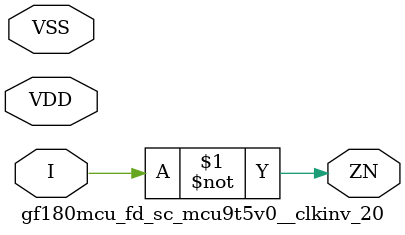
<source format=v>

module gf180mcu_fd_sc_mcu9t5v0__clkinv_20( I, ZN, VDD, VSS );
input I;
inout VDD, VSS;
output ZN;

	not MGM_BG_0( ZN, I );

endmodule

</source>
